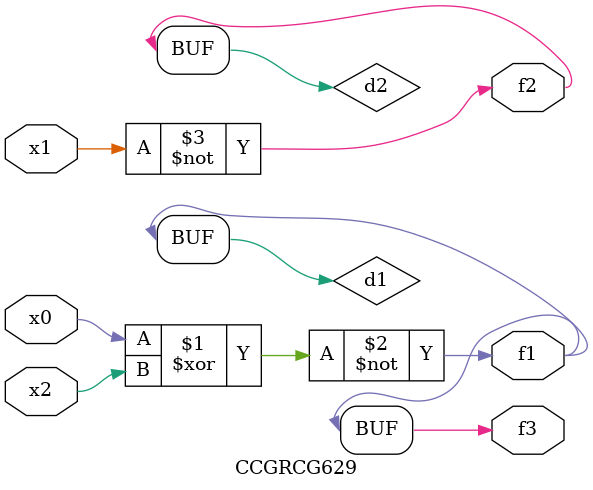
<source format=v>
module CCGRCG629(
	input x0, x1, x2,
	output f1, f2, f3
);

	wire d1, d2, d3;

	xnor (d1, x0, x2);
	nand (d2, x1);
	nor (d3, x1, x2);
	assign f1 = d1;
	assign f2 = d2;
	assign f3 = d1;
endmodule

</source>
